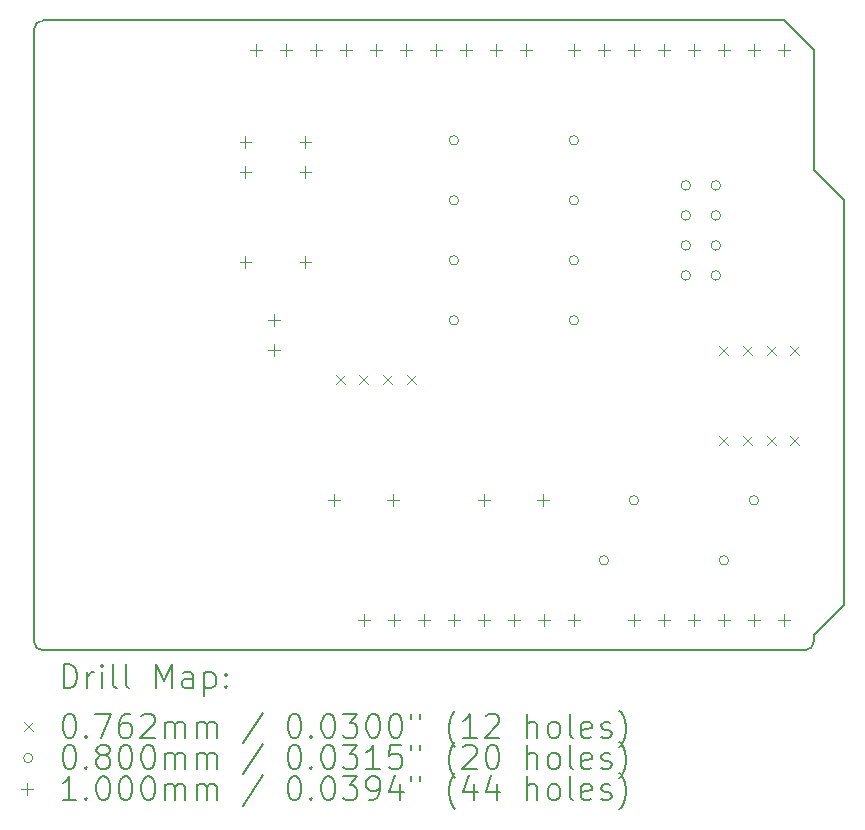
<source format=gbr>
%TF.GenerationSoftware,KiCad,Pcbnew,7.0.10*%
%TF.CreationDate,2024-04-05T22:32:15-04:00*%
%TF.ProjectId,finalIOTproject,66696e61-6c49-44f5-9470-726f6a656374,rev?*%
%TF.SameCoordinates,Original*%
%TF.FileFunction,Drillmap*%
%TF.FilePolarity,Positive*%
%FSLAX45Y45*%
G04 Gerber Fmt 4.5, Leading zero omitted, Abs format (unit mm)*
G04 Created by KiCad (PCBNEW 7.0.10) date 2024-04-05 22:32:15*
%MOMM*%
%LPD*%
G01*
G04 APERTURE LIST*
%ADD10C,0.150000*%
%ADD11C,0.200000*%
%ADD12C,0.100000*%
G04 APERTURE END LIST*
D10*
X16604000Y-5936000D02*
X16858000Y-6190000D01*
X10000000Y-9923800D02*
X10000000Y-4742200D01*
X16858000Y-6190000D02*
X16858000Y-9619000D01*
X16527800Y-10000000D02*
X10076200Y-10000000D01*
X10076200Y-4666000D02*
X16350000Y-4666000D01*
X10000000Y-9923800D02*
G75*
G03*
X10076200Y-10000000I76200J0D01*
G01*
X16858000Y-9619000D02*
X16604000Y-9873000D01*
X16350000Y-4666000D02*
X16604000Y-4920000D01*
X16527800Y-10000000D02*
G75*
G03*
X16604000Y-9923800I0J76200D01*
G01*
X16604000Y-4920000D02*
X16604000Y-5936000D01*
X16604000Y-9873000D02*
X16604000Y-9923800D01*
X10076200Y-4666000D02*
G75*
G03*
X10000000Y-4742200I0J-76200D01*
G01*
D11*
D12*
X12555900Y-7670400D02*
X12632100Y-7746600D01*
X12632100Y-7670400D02*
X12555900Y-7746600D01*
X12755900Y-7670400D02*
X12832100Y-7746600D01*
X12832100Y-7670400D02*
X12755900Y-7746600D01*
X12955900Y-7670400D02*
X13032100Y-7746600D01*
X13032100Y-7670400D02*
X12955900Y-7746600D01*
X13155900Y-7670400D02*
X13232100Y-7746600D01*
X13232100Y-7670400D02*
X13155900Y-7746600D01*
X15803900Y-7421900D02*
X15880100Y-7498100D01*
X15880100Y-7421900D02*
X15803900Y-7498100D01*
X15803900Y-8183900D02*
X15880100Y-8260100D01*
X15880100Y-8183900D02*
X15803900Y-8260100D01*
X16003900Y-7421900D02*
X16080100Y-7498100D01*
X16080100Y-7421900D02*
X16003900Y-7498100D01*
X16003900Y-8183900D02*
X16080100Y-8260100D01*
X16080100Y-8183900D02*
X16003900Y-8260100D01*
X16203900Y-7421900D02*
X16280100Y-7498100D01*
X16280100Y-7421900D02*
X16203900Y-7498100D01*
X16203900Y-8183900D02*
X16280100Y-8260100D01*
X16280100Y-8183900D02*
X16203900Y-8260100D01*
X16403900Y-7421900D02*
X16480100Y-7498100D01*
X16480100Y-7421900D02*
X16403900Y-7498100D01*
X16403900Y-8183900D02*
X16480100Y-8260100D01*
X16480100Y-8183900D02*
X16403900Y-8260100D01*
X13596000Y-5682000D02*
G75*
G03*
X13516000Y-5682000I-40000J0D01*
G01*
X13516000Y-5682000D02*
G75*
G03*
X13596000Y-5682000I40000J0D01*
G01*
X13596000Y-6190000D02*
G75*
G03*
X13516000Y-6190000I-40000J0D01*
G01*
X13516000Y-6190000D02*
G75*
G03*
X13596000Y-6190000I40000J0D01*
G01*
X13596000Y-6698000D02*
G75*
G03*
X13516000Y-6698000I-40000J0D01*
G01*
X13516000Y-6698000D02*
G75*
G03*
X13596000Y-6698000I40000J0D01*
G01*
X13596000Y-7206000D02*
G75*
G03*
X13516000Y-7206000I-40000J0D01*
G01*
X13516000Y-7206000D02*
G75*
G03*
X13596000Y-7206000I40000J0D01*
G01*
X14612000Y-5682000D02*
G75*
G03*
X14532000Y-5682000I-40000J0D01*
G01*
X14532000Y-5682000D02*
G75*
G03*
X14612000Y-5682000I40000J0D01*
G01*
X14612000Y-6190000D02*
G75*
G03*
X14532000Y-6190000I-40000J0D01*
G01*
X14532000Y-6190000D02*
G75*
G03*
X14612000Y-6190000I40000J0D01*
G01*
X14612000Y-6698000D02*
G75*
G03*
X14532000Y-6698000I-40000J0D01*
G01*
X14532000Y-6698000D02*
G75*
G03*
X14612000Y-6698000I40000J0D01*
G01*
X14612000Y-7206000D02*
G75*
G03*
X14532000Y-7206000I-40000J0D01*
G01*
X14532000Y-7206000D02*
G75*
G03*
X14612000Y-7206000I40000J0D01*
G01*
X14866000Y-9238000D02*
G75*
G03*
X14786000Y-9238000I-40000J0D01*
G01*
X14786000Y-9238000D02*
G75*
G03*
X14866000Y-9238000I40000J0D01*
G01*
X15120000Y-8730000D02*
G75*
G03*
X15040000Y-8730000I-40000J0D01*
G01*
X15040000Y-8730000D02*
G75*
G03*
X15120000Y-8730000I40000J0D01*
G01*
X15559000Y-6063000D02*
G75*
G03*
X15479000Y-6063000I-40000J0D01*
G01*
X15479000Y-6063000D02*
G75*
G03*
X15559000Y-6063000I40000J0D01*
G01*
X15559000Y-6317000D02*
G75*
G03*
X15479000Y-6317000I-40000J0D01*
G01*
X15479000Y-6317000D02*
G75*
G03*
X15559000Y-6317000I40000J0D01*
G01*
X15559000Y-6571000D02*
G75*
G03*
X15479000Y-6571000I-40000J0D01*
G01*
X15479000Y-6571000D02*
G75*
G03*
X15559000Y-6571000I40000J0D01*
G01*
X15559000Y-6825000D02*
G75*
G03*
X15479000Y-6825000I-40000J0D01*
G01*
X15479000Y-6825000D02*
G75*
G03*
X15559000Y-6825000I40000J0D01*
G01*
X15813000Y-6063000D02*
G75*
G03*
X15733000Y-6063000I-40000J0D01*
G01*
X15733000Y-6063000D02*
G75*
G03*
X15813000Y-6063000I40000J0D01*
G01*
X15813000Y-6317000D02*
G75*
G03*
X15733000Y-6317000I-40000J0D01*
G01*
X15733000Y-6317000D02*
G75*
G03*
X15813000Y-6317000I40000J0D01*
G01*
X15813000Y-6571000D02*
G75*
G03*
X15733000Y-6571000I-40000J0D01*
G01*
X15733000Y-6571000D02*
G75*
G03*
X15813000Y-6571000I40000J0D01*
G01*
X15813000Y-6825000D02*
G75*
G03*
X15733000Y-6825000I-40000J0D01*
G01*
X15733000Y-6825000D02*
G75*
G03*
X15813000Y-6825000I40000J0D01*
G01*
X15882000Y-9238000D02*
G75*
G03*
X15802000Y-9238000I-40000J0D01*
G01*
X15802000Y-9238000D02*
G75*
G03*
X15882000Y-9238000I40000J0D01*
G01*
X16136000Y-8730000D02*
G75*
G03*
X16056000Y-8730000I-40000J0D01*
G01*
X16056000Y-8730000D02*
G75*
G03*
X16136000Y-8730000I40000J0D01*
G01*
X11791250Y-5644250D02*
X11791250Y-5744250D01*
X11741250Y-5694250D02*
X11841250Y-5694250D01*
X11791250Y-5898250D02*
X11791250Y-5998250D01*
X11741250Y-5948250D02*
X11841250Y-5948250D01*
X11791250Y-6660250D02*
X11791250Y-6760250D01*
X11741250Y-6710250D02*
X11841250Y-6710250D01*
X11879600Y-4870000D02*
X11879600Y-4970000D01*
X11829600Y-4920000D02*
X11929600Y-4920000D01*
X12032000Y-7156000D02*
X12032000Y-7256000D01*
X11982000Y-7206000D02*
X12082000Y-7206000D01*
X12032000Y-7410000D02*
X12032000Y-7510000D01*
X11982000Y-7460000D02*
X12082000Y-7460000D01*
X12133600Y-4870000D02*
X12133600Y-4970000D01*
X12083600Y-4920000D02*
X12183600Y-4920000D01*
X12299250Y-5644250D02*
X12299250Y-5744250D01*
X12249250Y-5694250D02*
X12349250Y-5694250D01*
X12299250Y-5898250D02*
X12299250Y-5998250D01*
X12249250Y-5948250D02*
X12349250Y-5948250D01*
X12299250Y-6660250D02*
X12299250Y-6760250D01*
X12249250Y-6710250D02*
X12349250Y-6710250D01*
X12387600Y-4870000D02*
X12387600Y-4970000D01*
X12337600Y-4920000D02*
X12437600Y-4920000D01*
X12540000Y-8680000D02*
X12540000Y-8780000D01*
X12490000Y-8730000D02*
X12590000Y-8730000D01*
X12641600Y-4870000D02*
X12641600Y-4970000D01*
X12591600Y-4920000D02*
X12691600Y-4920000D01*
X12794000Y-9696000D02*
X12794000Y-9796000D01*
X12744000Y-9746000D02*
X12844000Y-9746000D01*
X12895600Y-4870000D02*
X12895600Y-4970000D01*
X12845600Y-4920000D02*
X12945600Y-4920000D01*
X13040000Y-8680000D02*
X13040000Y-8780000D01*
X12990000Y-8730000D02*
X13090000Y-8730000D01*
X13048000Y-9696000D02*
X13048000Y-9796000D01*
X12998000Y-9746000D02*
X13098000Y-9746000D01*
X13149600Y-4870000D02*
X13149600Y-4970000D01*
X13099600Y-4920000D02*
X13199600Y-4920000D01*
X13302000Y-9696000D02*
X13302000Y-9796000D01*
X13252000Y-9746000D02*
X13352000Y-9746000D01*
X13403600Y-4870000D02*
X13403600Y-4970000D01*
X13353600Y-4920000D02*
X13453600Y-4920000D01*
X13556000Y-9696000D02*
X13556000Y-9796000D01*
X13506000Y-9746000D02*
X13606000Y-9746000D01*
X13657600Y-4870000D02*
X13657600Y-4970000D01*
X13607600Y-4920000D02*
X13707600Y-4920000D01*
X13810000Y-8680000D02*
X13810000Y-8780000D01*
X13760000Y-8730000D02*
X13860000Y-8730000D01*
X13810000Y-9696000D02*
X13810000Y-9796000D01*
X13760000Y-9746000D02*
X13860000Y-9746000D01*
X13911600Y-4870000D02*
X13911600Y-4970000D01*
X13861600Y-4920000D02*
X13961600Y-4920000D01*
X14064000Y-9696000D02*
X14064000Y-9796000D01*
X14014000Y-9746000D02*
X14114000Y-9746000D01*
X14165600Y-4870000D02*
X14165600Y-4970000D01*
X14115600Y-4920000D02*
X14215600Y-4920000D01*
X14310000Y-8680000D02*
X14310000Y-8780000D01*
X14260000Y-8730000D02*
X14360000Y-8730000D01*
X14318000Y-9696000D02*
X14318000Y-9796000D01*
X14268000Y-9746000D02*
X14368000Y-9746000D01*
X14572000Y-4870000D02*
X14572000Y-4970000D01*
X14522000Y-4920000D02*
X14622000Y-4920000D01*
X14572000Y-9696000D02*
X14572000Y-9796000D01*
X14522000Y-9746000D02*
X14622000Y-9746000D01*
X14826000Y-4870000D02*
X14826000Y-4970000D01*
X14776000Y-4920000D02*
X14876000Y-4920000D01*
X15080000Y-4870000D02*
X15080000Y-4970000D01*
X15030000Y-4920000D02*
X15130000Y-4920000D01*
X15080000Y-9696000D02*
X15080000Y-9796000D01*
X15030000Y-9746000D02*
X15130000Y-9746000D01*
X15334000Y-4870000D02*
X15334000Y-4970000D01*
X15284000Y-4920000D02*
X15384000Y-4920000D01*
X15334000Y-9696000D02*
X15334000Y-9796000D01*
X15284000Y-9746000D02*
X15384000Y-9746000D01*
X15588000Y-4870000D02*
X15588000Y-4970000D01*
X15538000Y-4920000D02*
X15638000Y-4920000D01*
X15588000Y-9696000D02*
X15588000Y-9796000D01*
X15538000Y-9746000D02*
X15638000Y-9746000D01*
X15842000Y-4870000D02*
X15842000Y-4970000D01*
X15792000Y-4920000D02*
X15892000Y-4920000D01*
X15842000Y-9696000D02*
X15842000Y-9796000D01*
X15792000Y-9746000D02*
X15892000Y-9746000D01*
X16096000Y-4870000D02*
X16096000Y-4970000D01*
X16046000Y-4920000D02*
X16146000Y-4920000D01*
X16096000Y-9696000D02*
X16096000Y-9796000D01*
X16046000Y-9746000D02*
X16146000Y-9746000D01*
X16350000Y-4870000D02*
X16350000Y-4970000D01*
X16300000Y-4920000D02*
X16400000Y-4920000D01*
X16350000Y-9696000D02*
X16350000Y-9796000D01*
X16300000Y-9746000D02*
X16400000Y-9746000D01*
D11*
X10253277Y-10318984D02*
X10253277Y-10118984D01*
X10253277Y-10118984D02*
X10300896Y-10118984D01*
X10300896Y-10118984D02*
X10329467Y-10128508D01*
X10329467Y-10128508D02*
X10348515Y-10147555D01*
X10348515Y-10147555D02*
X10358039Y-10166603D01*
X10358039Y-10166603D02*
X10367563Y-10204698D01*
X10367563Y-10204698D02*
X10367563Y-10233270D01*
X10367563Y-10233270D02*
X10358039Y-10271365D01*
X10358039Y-10271365D02*
X10348515Y-10290412D01*
X10348515Y-10290412D02*
X10329467Y-10309460D01*
X10329467Y-10309460D02*
X10300896Y-10318984D01*
X10300896Y-10318984D02*
X10253277Y-10318984D01*
X10453277Y-10318984D02*
X10453277Y-10185650D01*
X10453277Y-10223746D02*
X10462801Y-10204698D01*
X10462801Y-10204698D02*
X10472324Y-10195174D01*
X10472324Y-10195174D02*
X10491372Y-10185650D01*
X10491372Y-10185650D02*
X10510420Y-10185650D01*
X10577086Y-10318984D02*
X10577086Y-10185650D01*
X10577086Y-10118984D02*
X10567563Y-10128508D01*
X10567563Y-10128508D02*
X10577086Y-10138031D01*
X10577086Y-10138031D02*
X10586610Y-10128508D01*
X10586610Y-10128508D02*
X10577086Y-10118984D01*
X10577086Y-10118984D02*
X10577086Y-10138031D01*
X10700896Y-10318984D02*
X10681848Y-10309460D01*
X10681848Y-10309460D02*
X10672324Y-10290412D01*
X10672324Y-10290412D02*
X10672324Y-10118984D01*
X10805658Y-10318984D02*
X10786610Y-10309460D01*
X10786610Y-10309460D02*
X10777086Y-10290412D01*
X10777086Y-10290412D02*
X10777086Y-10118984D01*
X11034229Y-10318984D02*
X11034229Y-10118984D01*
X11034229Y-10118984D02*
X11100896Y-10261841D01*
X11100896Y-10261841D02*
X11167563Y-10118984D01*
X11167563Y-10118984D02*
X11167563Y-10318984D01*
X11348515Y-10318984D02*
X11348515Y-10214222D01*
X11348515Y-10214222D02*
X11338991Y-10195174D01*
X11338991Y-10195174D02*
X11319943Y-10185650D01*
X11319943Y-10185650D02*
X11281848Y-10185650D01*
X11281848Y-10185650D02*
X11262801Y-10195174D01*
X11348515Y-10309460D02*
X11329467Y-10318984D01*
X11329467Y-10318984D02*
X11281848Y-10318984D01*
X11281848Y-10318984D02*
X11262801Y-10309460D01*
X11262801Y-10309460D02*
X11253277Y-10290412D01*
X11253277Y-10290412D02*
X11253277Y-10271365D01*
X11253277Y-10271365D02*
X11262801Y-10252317D01*
X11262801Y-10252317D02*
X11281848Y-10242793D01*
X11281848Y-10242793D02*
X11329467Y-10242793D01*
X11329467Y-10242793D02*
X11348515Y-10233270D01*
X11443753Y-10185650D02*
X11443753Y-10385650D01*
X11443753Y-10195174D02*
X11462801Y-10185650D01*
X11462801Y-10185650D02*
X11500896Y-10185650D01*
X11500896Y-10185650D02*
X11519943Y-10195174D01*
X11519943Y-10195174D02*
X11529467Y-10204698D01*
X11529467Y-10204698D02*
X11538991Y-10223746D01*
X11538991Y-10223746D02*
X11538991Y-10280889D01*
X11538991Y-10280889D02*
X11529467Y-10299936D01*
X11529467Y-10299936D02*
X11519943Y-10309460D01*
X11519943Y-10309460D02*
X11500896Y-10318984D01*
X11500896Y-10318984D02*
X11462801Y-10318984D01*
X11462801Y-10318984D02*
X11443753Y-10309460D01*
X11624705Y-10299936D02*
X11634229Y-10309460D01*
X11634229Y-10309460D02*
X11624705Y-10318984D01*
X11624705Y-10318984D02*
X11615182Y-10309460D01*
X11615182Y-10309460D02*
X11624705Y-10299936D01*
X11624705Y-10299936D02*
X11624705Y-10318984D01*
X11624705Y-10195174D02*
X11634229Y-10204698D01*
X11634229Y-10204698D02*
X11624705Y-10214222D01*
X11624705Y-10214222D02*
X11615182Y-10204698D01*
X11615182Y-10204698D02*
X11624705Y-10195174D01*
X11624705Y-10195174D02*
X11624705Y-10214222D01*
D12*
X9916300Y-10609400D02*
X9992500Y-10685600D01*
X9992500Y-10609400D02*
X9916300Y-10685600D01*
D11*
X10291372Y-10538984D02*
X10310420Y-10538984D01*
X10310420Y-10538984D02*
X10329467Y-10548508D01*
X10329467Y-10548508D02*
X10338991Y-10558031D01*
X10338991Y-10558031D02*
X10348515Y-10577079D01*
X10348515Y-10577079D02*
X10358039Y-10615174D01*
X10358039Y-10615174D02*
X10358039Y-10662793D01*
X10358039Y-10662793D02*
X10348515Y-10700889D01*
X10348515Y-10700889D02*
X10338991Y-10719936D01*
X10338991Y-10719936D02*
X10329467Y-10729460D01*
X10329467Y-10729460D02*
X10310420Y-10738984D01*
X10310420Y-10738984D02*
X10291372Y-10738984D01*
X10291372Y-10738984D02*
X10272324Y-10729460D01*
X10272324Y-10729460D02*
X10262801Y-10719936D01*
X10262801Y-10719936D02*
X10253277Y-10700889D01*
X10253277Y-10700889D02*
X10243753Y-10662793D01*
X10243753Y-10662793D02*
X10243753Y-10615174D01*
X10243753Y-10615174D02*
X10253277Y-10577079D01*
X10253277Y-10577079D02*
X10262801Y-10558031D01*
X10262801Y-10558031D02*
X10272324Y-10548508D01*
X10272324Y-10548508D02*
X10291372Y-10538984D01*
X10443753Y-10719936D02*
X10453277Y-10729460D01*
X10453277Y-10729460D02*
X10443753Y-10738984D01*
X10443753Y-10738984D02*
X10434229Y-10729460D01*
X10434229Y-10729460D02*
X10443753Y-10719936D01*
X10443753Y-10719936D02*
X10443753Y-10738984D01*
X10519944Y-10538984D02*
X10653277Y-10538984D01*
X10653277Y-10538984D02*
X10567563Y-10738984D01*
X10815182Y-10538984D02*
X10777086Y-10538984D01*
X10777086Y-10538984D02*
X10758039Y-10548508D01*
X10758039Y-10548508D02*
X10748515Y-10558031D01*
X10748515Y-10558031D02*
X10729467Y-10586603D01*
X10729467Y-10586603D02*
X10719944Y-10624698D01*
X10719944Y-10624698D02*
X10719944Y-10700889D01*
X10719944Y-10700889D02*
X10729467Y-10719936D01*
X10729467Y-10719936D02*
X10738991Y-10729460D01*
X10738991Y-10729460D02*
X10758039Y-10738984D01*
X10758039Y-10738984D02*
X10796134Y-10738984D01*
X10796134Y-10738984D02*
X10815182Y-10729460D01*
X10815182Y-10729460D02*
X10824705Y-10719936D01*
X10824705Y-10719936D02*
X10834229Y-10700889D01*
X10834229Y-10700889D02*
X10834229Y-10653270D01*
X10834229Y-10653270D02*
X10824705Y-10634222D01*
X10824705Y-10634222D02*
X10815182Y-10624698D01*
X10815182Y-10624698D02*
X10796134Y-10615174D01*
X10796134Y-10615174D02*
X10758039Y-10615174D01*
X10758039Y-10615174D02*
X10738991Y-10624698D01*
X10738991Y-10624698D02*
X10729467Y-10634222D01*
X10729467Y-10634222D02*
X10719944Y-10653270D01*
X10910420Y-10558031D02*
X10919944Y-10548508D01*
X10919944Y-10548508D02*
X10938991Y-10538984D01*
X10938991Y-10538984D02*
X10986610Y-10538984D01*
X10986610Y-10538984D02*
X11005658Y-10548508D01*
X11005658Y-10548508D02*
X11015182Y-10558031D01*
X11015182Y-10558031D02*
X11024705Y-10577079D01*
X11024705Y-10577079D02*
X11024705Y-10596127D01*
X11024705Y-10596127D02*
X11015182Y-10624698D01*
X11015182Y-10624698D02*
X10900896Y-10738984D01*
X10900896Y-10738984D02*
X11024705Y-10738984D01*
X11110420Y-10738984D02*
X11110420Y-10605650D01*
X11110420Y-10624698D02*
X11119944Y-10615174D01*
X11119944Y-10615174D02*
X11138991Y-10605650D01*
X11138991Y-10605650D02*
X11167563Y-10605650D01*
X11167563Y-10605650D02*
X11186610Y-10615174D01*
X11186610Y-10615174D02*
X11196134Y-10634222D01*
X11196134Y-10634222D02*
X11196134Y-10738984D01*
X11196134Y-10634222D02*
X11205658Y-10615174D01*
X11205658Y-10615174D02*
X11224705Y-10605650D01*
X11224705Y-10605650D02*
X11253277Y-10605650D01*
X11253277Y-10605650D02*
X11272324Y-10615174D01*
X11272324Y-10615174D02*
X11281848Y-10634222D01*
X11281848Y-10634222D02*
X11281848Y-10738984D01*
X11377086Y-10738984D02*
X11377086Y-10605650D01*
X11377086Y-10624698D02*
X11386610Y-10615174D01*
X11386610Y-10615174D02*
X11405658Y-10605650D01*
X11405658Y-10605650D02*
X11434229Y-10605650D01*
X11434229Y-10605650D02*
X11453277Y-10615174D01*
X11453277Y-10615174D02*
X11462801Y-10634222D01*
X11462801Y-10634222D02*
X11462801Y-10738984D01*
X11462801Y-10634222D02*
X11472324Y-10615174D01*
X11472324Y-10615174D02*
X11491372Y-10605650D01*
X11491372Y-10605650D02*
X11519943Y-10605650D01*
X11519943Y-10605650D02*
X11538991Y-10615174D01*
X11538991Y-10615174D02*
X11548515Y-10634222D01*
X11548515Y-10634222D02*
X11548515Y-10738984D01*
X11938991Y-10529460D02*
X11767563Y-10786603D01*
X12196134Y-10538984D02*
X12215182Y-10538984D01*
X12215182Y-10538984D02*
X12234229Y-10548508D01*
X12234229Y-10548508D02*
X12243753Y-10558031D01*
X12243753Y-10558031D02*
X12253277Y-10577079D01*
X12253277Y-10577079D02*
X12262801Y-10615174D01*
X12262801Y-10615174D02*
X12262801Y-10662793D01*
X12262801Y-10662793D02*
X12253277Y-10700889D01*
X12253277Y-10700889D02*
X12243753Y-10719936D01*
X12243753Y-10719936D02*
X12234229Y-10729460D01*
X12234229Y-10729460D02*
X12215182Y-10738984D01*
X12215182Y-10738984D02*
X12196134Y-10738984D01*
X12196134Y-10738984D02*
X12177086Y-10729460D01*
X12177086Y-10729460D02*
X12167563Y-10719936D01*
X12167563Y-10719936D02*
X12158039Y-10700889D01*
X12158039Y-10700889D02*
X12148515Y-10662793D01*
X12148515Y-10662793D02*
X12148515Y-10615174D01*
X12148515Y-10615174D02*
X12158039Y-10577079D01*
X12158039Y-10577079D02*
X12167563Y-10558031D01*
X12167563Y-10558031D02*
X12177086Y-10548508D01*
X12177086Y-10548508D02*
X12196134Y-10538984D01*
X12348515Y-10719936D02*
X12358039Y-10729460D01*
X12358039Y-10729460D02*
X12348515Y-10738984D01*
X12348515Y-10738984D02*
X12338991Y-10729460D01*
X12338991Y-10729460D02*
X12348515Y-10719936D01*
X12348515Y-10719936D02*
X12348515Y-10738984D01*
X12481848Y-10538984D02*
X12500896Y-10538984D01*
X12500896Y-10538984D02*
X12519944Y-10548508D01*
X12519944Y-10548508D02*
X12529467Y-10558031D01*
X12529467Y-10558031D02*
X12538991Y-10577079D01*
X12538991Y-10577079D02*
X12548515Y-10615174D01*
X12548515Y-10615174D02*
X12548515Y-10662793D01*
X12548515Y-10662793D02*
X12538991Y-10700889D01*
X12538991Y-10700889D02*
X12529467Y-10719936D01*
X12529467Y-10719936D02*
X12519944Y-10729460D01*
X12519944Y-10729460D02*
X12500896Y-10738984D01*
X12500896Y-10738984D02*
X12481848Y-10738984D01*
X12481848Y-10738984D02*
X12462801Y-10729460D01*
X12462801Y-10729460D02*
X12453277Y-10719936D01*
X12453277Y-10719936D02*
X12443753Y-10700889D01*
X12443753Y-10700889D02*
X12434229Y-10662793D01*
X12434229Y-10662793D02*
X12434229Y-10615174D01*
X12434229Y-10615174D02*
X12443753Y-10577079D01*
X12443753Y-10577079D02*
X12453277Y-10558031D01*
X12453277Y-10558031D02*
X12462801Y-10548508D01*
X12462801Y-10548508D02*
X12481848Y-10538984D01*
X12615182Y-10538984D02*
X12738991Y-10538984D01*
X12738991Y-10538984D02*
X12672325Y-10615174D01*
X12672325Y-10615174D02*
X12700896Y-10615174D01*
X12700896Y-10615174D02*
X12719944Y-10624698D01*
X12719944Y-10624698D02*
X12729467Y-10634222D01*
X12729467Y-10634222D02*
X12738991Y-10653270D01*
X12738991Y-10653270D02*
X12738991Y-10700889D01*
X12738991Y-10700889D02*
X12729467Y-10719936D01*
X12729467Y-10719936D02*
X12719944Y-10729460D01*
X12719944Y-10729460D02*
X12700896Y-10738984D01*
X12700896Y-10738984D02*
X12643753Y-10738984D01*
X12643753Y-10738984D02*
X12624706Y-10729460D01*
X12624706Y-10729460D02*
X12615182Y-10719936D01*
X12862801Y-10538984D02*
X12881848Y-10538984D01*
X12881848Y-10538984D02*
X12900896Y-10548508D01*
X12900896Y-10548508D02*
X12910420Y-10558031D01*
X12910420Y-10558031D02*
X12919944Y-10577079D01*
X12919944Y-10577079D02*
X12929467Y-10615174D01*
X12929467Y-10615174D02*
X12929467Y-10662793D01*
X12929467Y-10662793D02*
X12919944Y-10700889D01*
X12919944Y-10700889D02*
X12910420Y-10719936D01*
X12910420Y-10719936D02*
X12900896Y-10729460D01*
X12900896Y-10729460D02*
X12881848Y-10738984D01*
X12881848Y-10738984D02*
X12862801Y-10738984D01*
X12862801Y-10738984D02*
X12843753Y-10729460D01*
X12843753Y-10729460D02*
X12834229Y-10719936D01*
X12834229Y-10719936D02*
X12824706Y-10700889D01*
X12824706Y-10700889D02*
X12815182Y-10662793D01*
X12815182Y-10662793D02*
X12815182Y-10615174D01*
X12815182Y-10615174D02*
X12824706Y-10577079D01*
X12824706Y-10577079D02*
X12834229Y-10558031D01*
X12834229Y-10558031D02*
X12843753Y-10548508D01*
X12843753Y-10548508D02*
X12862801Y-10538984D01*
X13053277Y-10538984D02*
X13072325Y-10538984D01*
X13072325Y-10538984D02*
X13091372Y-10548508D01*
X13091372Y-10548508D02*
X13100896Y-10558031D01*
X13100896Y-10558031D02*
X13110420Y-10577079D01*
X13110420Y-10577079D02*
X13119944Y-10615174D01*
X13119944Y-10615174D02*
X13119944Y-10662793D01*
X13119944Y-10662793D02*
X13110420Y-10700889D01*
X13110420Y-10700889D02*
X13100896Y-10719936D01*
X13100896Y-10719936D02*
X13091372Y-10729460D01*
X13091372Y-10729460D02*
X13072325Y-10738984D01*
X13072325Y-10738984D02*
X13053277Y-10738984D01*
X13053277Y-10738984D02*
X13034229Y-10729460D01*
X13034229Y-10729460D02*
X13024706Y-10719936D01*
X13024706Y-10719936D02*
X13015182Y-10700889D01*
X13015182Y-10700889D02*
X13005658Y-10662793D01*
X13005658Y-10662793D02*
X13005658Y-10615174D01*
X13005658Y-10615174D02*
X13015182Y-10577079D01*
X13015182Y-10577079D02*
X13024706Y-10558031D01*
X13024706Y-10558031D02*
X13034229Y-10548508D01*
X13034229Y-10548508D02*
X13053277Y-10538984D01*
X13196134Y-10538984D02*
X13196134Y-10577079D01*
X13272325Y-10538984D02*
X13272325Y-10577079D01*
X13567563Y-10815174D02*
X13558039Y-10805650D01*
X13558039Y-10805650D02*
X13538991Y-10777079D01*
X13538991Y-10777079D02*
X13529468Y-10758031D01*
X13529468Y-10758031D02*
X13519944Y-10729460D01*
X13519944Y-10729460D02*
X13510420Y-10681841D01*
X13510420Y-10681841D02*
X13510420Y-10643746D01*
X13510420Y-10643746D02*
X13519944Y-10596127D01*
X13519944Y-10596127D02*
X13529468Y-10567555D01*
X13529468Y-10567555D02*
X13538991Y-10548508D01*
X13538991Y-10548508D02*
X13558039Y-10519936D01*
X13558039Y-10519936D02*
X13567563Y-10510412D01*
X13748515Y-10738984D02*
X13634229Y-10738984D01*
X13691372Y-10738984D02*
X13691372Y-10538984D01*
X13691372Y-10538984D02*
X13672325Y-10567555D01*
X13672325Y-10567555D02*
X13653277Y-10586603D01*
X13653277Y-10586603D02*
X13634229Y-10596127D01*
X13824706Y-10558031D02*
X13834229Y-10548508D01*
X13834229Y-10548508D02*
X13853277Y-10538984D01*
X13853277Y-10538984D02*
X13900896Y-10538984D01*
X13900896Y-10538984D02*
X13919944Y-10548508D01*
X13919944Y-10548508D02*
X13929468Y-10558031D01*
X13929468Y-10558031D02*
X13938991Y-10577079D01*
X13938991Y-10577079D02*
X13938991Y-10596127D01*
X13938991Y-10596127D02*
X13929468Y-10624698D01*
X13929468Y-10624698D02*
X13815182Y-10738984D01*
X13815182Y-10738984D02*
X13938991Y-10738984D01*
X14177087Y-10738984D02*
X14177087Y-10538984D01*
X14262801Y-10738984D02*
X14262801Y-10634222D01*
X14262801Y-10634222D02*
X14253277Y-10615174D01*
X14253277Y-10615174D02*
X14234230Y-10605650D01*
X14234230Y-10605650D02*
X14205658Y-10605650D01*
X14205658Y-10605650D02*
X14186610Y-10615174D01*
X14186610Y-10615174D02*
X14177087Y-10624698D01*
X14386610Y-10738984D02*
X14367563Y-10729460D01*
X14367563Y-10729460D02*
X14358039Y-10719936D01*
X14358039Y-10719936D02*
X14348515Y-10700889D01*
X14348515Y-10700889D02*
X14348515Y-10643746D01*
X14348515Y-10643746D02*
X14358039Y-10624698D01*
X14358039Y-10624698D02*
X14367563Y-10615174D01*
X14367563Y-10615174D02*
X14386610Y-10605650D01*
X14386610Y-10605650D02*
X14415182Y-10605650D01*
X14415182Y-10605650D02*
X14434230Y-10615174D01*
X14434230Y-10615174D02*
X14443753Y-10624698D01*
X14443753Y-10624698D02*
X14453277Y-10643746D01*
X14453277Y-10643746D02*
X14453277Y-10700889D01*
X14453277Y-10700889D02*
X14443753Y-10719936D01*
X14443753Y-10719936D02*
X14434230Y-10729460D01*
X14434230Y-10729460D02*
X14415182Y-10738984D01*
X14415182Y-10738984D02*
X14386610Y-10738984D01*
X14567563Y-10738984D02*
X14548515Y-10729460D01*
X14548515Y-10729460D02*
X14538991Y-10710412D01*
X14538991Y-10710412D02*
X14538991Y-10538984D01*
X14719944Y-10729460D02*
X14700896Y-10738984D01*
X14700896Y-10738984D02*
X14662801Y-10738984D01*
X14662801Y-10738984D02*
X14643753Y-10729460D01*
X14643753Y-10729460D02*
X14634230Y-10710412D01*
X14634230Y-10710412D02*
X14634230Y-10634222D01*
X14634230Y-10634222D02*
X14643753Y-10615174D01*
X14643753Y-10615174D02*
X14662801Y-10605650D01*
X14662801Y-10605650D02*
X14700896Y-10605650D01*
X14700896Y-10605650D02*
X14719944Y-10615174D01*
X14719944Y-10615174D02*
X14729468Y-10634222D01*
X14729468Y-10634222D02*
X14729468Y-10653270D01*
X14729468Y-10653270D02*
X14634230Y-10672317D01*
X14805658Y-10729460D02*
X14824706Y-10738984D01*
X14824706Y-10738984D02*
X14862801Y-10738984D01*
X14862801Y-10738984D02*
X14881849Y-10729460D01*
X14881849Y-10729460D02*
X14891372Y-10710412D01*
X14891372Y-10710412D02*
X14891372Y-10700889D01*
X14891372Y-10700889D02*
X14881849Y-10681841D01*
X14881849Y-10681841D02*
X14862801Y-10672317D01*
X14862801Y-10672317D02*
X14834230Y-10672317D01*
X14834230Y-10672317D02*
X14815182Y-10662793D01*
X14815182Y-10662793D02*
X14805658Y-10643746D01*
X14805658Y-10643746D02*
X14805658Y-10634222D01*
X14805658Y-10634222D02*
X14815182Y-10615174D01*
X14815182Y-10615174D02*
X14834230Y-10605650D01*
X14834230Y-10605650D02*
X14862801Y-10605650D01*
X14862801Y-10605650D02*
X14881849Y-10615174D01*
X14958039Y-10815174D02*
X14967563Y-10805650D01*
X14967563Y-10805650D02*
X14986611Y-10777079D01*
X14986611Y-10777079D02*
X14996134Y-10758031D01*
X14996134Y-10758031D02*
X15005658Y-10729460D01*
X15005658Y-10729460D02*
X15015182Y-10681841D01*
X15015182Y-10681841D02*
X15015182Y-10643746D01*
X15015182Y-10643746D02*
X15005658Y-10596127D01*
X15005658Y-10596127D02*
X14996134Y-10567555D01*
X14996134Y-10567555D02*
X14986611Y-10548508D01*
X14986611Y-10548508D02*
X14967563Y-10519936D01*
X14967563Y-10519936D02*
X14958039Y-10510412D01*
D12*
X9992500Y-10911500D02*
G75*
G03*
X9912500Y-10911500I-40000J0D01*
G01*
X9912500Y-10911500D02*
G75*
G03*
X9992500Y-10911500I40000J0D01*
G01*
D11*
X10291372Y-10802984D02*
X10310420Y-10802984D01*
X10310420Y-10802984D02*
X10329467Y-10812508D01*
X10329467Y-10812508D02*
X10338991Y-10822031D01*
X10338991Y-10822031D02*
X10348515Y-10841079D01*
X10348515Y-10841079D02*
X10358039Y-10879174D01*
X10358039Y-10879174D02*
X10358039Y-10926793D01*
X10358039Y-10926793D02*
X10348515Y-10964889D01*
X10348515Y-10964889D02*
X10338991Y-10983936D01*
X10338991Y-10983936D02*
X10329467Y-10993460D01*
X10329467Y-10993460D02*
X10310420Y-11002984D01*
X10310420Y-11002984D02*
X10291372Y-11002984D01*
X10291372Y-11002984D02*
X10272324Y-10993460D01*
X10272324Y-10993460D02*
X10262801Y-10983936D01*
X10262801Y-10983936D02*
X10253277Y-10964889D01*
X10253277Y-10964889D02*
X10243753Y-10926793D01*
X10243753Y-10926793D02*
X10243753Y-10879174D01*
X10243753Y-10879174D02*
X10253277Y-10841079D01*
X10253277Y-10841079D02*
X10262801Y-10822031D01*
X10262801Y-10822031D02*
X10272324Y-10812508D01*
X10272324Y-10812508D02*
X10291372Y-10802984D01*
X10443753Y-10983936D02*
X10453277Y-10993460D01*
X10453277Y-10993460D02*
X10443753Y-11002984D01*
X10443753Y-11002984D02*
X10434229Y-10993460D01*
X10434229Y-10993460D02*
X10443753Y-10983936D01*
X10443753Y-10983936D02*
X10443753Y-11002984D01*
X10567563Y-10888698D02*
X10548515Y-10879174D01*
X10548515Y-10879174D02*
X10538991Y-10869650D01*
X10538991Y-10869650D02*
X10529467Y-10850603D01*
X10529467Y-10850603D02*
X10529467Y-10841079D01*
X10529467Y-10841079D02*
X10538991Y-10822031D01*
X10538991Y-10822031D02*
X10548515Y-10812508D01*
X10548515Y-10812508D02*
X10567563Y-10802984D01*
X10567563Y-10802984D02*
X10605658Y-10802984D01*
X10605658Y-10802984D02*
X10624705Y-10812508D01*
X10624705Y-10812508D02*
X10634229Y-10822031D01*
X10634229Y-10822031D02*
X10643753Y-10841079D01*
X10643753Y-10841079D02*
X10643753Y-10850603D01*
X10643753Y-10850603D02*
X10634229Y-10869650D01*
X10634229Y-10869650D02*
X10624705Y-10879174D01*
X10624705Y-10879174D02*
X10605658Y-10888698D01*
X10605658Y-10888698D02*
X10567563Y-10888698D01*
X10567563Y-10888698D02*
X10548515Y-10898222D01*
X10548515Y-10898222D02*
X10538991Y-10907746D01*
X10538991Y-10907746D02*
X10529467Y-10926793D01*
X10529467Y-10926793D02*
X10529467Y-10964889D01*
X10529467Y-10964889D02*
X10538991Y-10983936D01*
X10538991Y-10983936D02*
X10548515Y-10993460D01*
X10548515Y-10993460D02*
X10567563Y-11002984D01*
X10567563Y-11002984D02*
X10605658Y-11002984D01*
X10605658Y-11002984D02*
X10624705Y-10993460D01*
X10624705Y-10993460D02*
X10634229Y-10983936D01*
X10634229Y-10983936D02*
X10643753Y-10964889D01*
X10643753Y-10964889D02*
X10643753Y-10926793D01*
X10643753Y-10926793D02*
X10634229Y-10907746D01*
X10634229Y-10907746D02*
X10624705Y-10898222D01*
X10624705Y-10898222D02*
X10605658Y-10888698D01*
X10767563Y-10802984D02*
X10786610Y-10802984D01*
X10786610Y-10802984D02*
X10805658Y-10812508D01*
X10805658Y-10812508D02*
X10815182Y-10822031D01*
X10815182Y-10822031D02*
X10824705Y-10841079D01*
X10824705Y-10841079D02*
X10834229Y-10879174D01*
X10834229Y-10879174D02*
X10834229Y-10926793D01*
X10834229Y-10926793D02*
X10824705Y-10964889D01*
X10824705Y-10964889D02*
X10815182Y-10983936D01*
X10815182Y-10983936D02*
X10805658Y-10993460D01*
X10805658Y-10993460D02*
X10786610Y-11002984D01*
X10786610Y-11002984D02*
X10767563Y-11002984D01*
X10767563Y-11002984D02*
X10748515Y-10993460D01*
X10748515Y-10993460D02*
X10738991Y-10983936D01*
X10738991Y-10983936D02*
X10729467Y-10964889D01*
X10729467Y-10964889D02*
X10719944Y-10926793D01*
X10719944Y-10926793D02*
X10719944Y-10879174D01*
X10719944Y-10879174D02*
X10729467Y-10841079D01*
X10729467Y-10841079D02*
X10738991Y-10822031D01*
X10738991Y-10822031D02*
X10748515Y-10812508D01*
X10748515Y-10812508D02*
X10767563Y-10802984D01*
X10958039Y-10802984D02*
X10977086Y-10802984D01*
X10977086Y-10802984D02*
X10996134Y-10812508D01*
X10996134Y-10812508D02*
X11005658Y-10822031D01*
X11005658Y-10822031D02*
X11015182Y-10841079D01*
X11015182Y-10841079D02*
X11024705Y-10879174D01*
X11024705Y-10879174D02*
X11024705Y-10926793D01*
X11024705Y-10926793D02*
X11015182Y-10964889D01*
X11015182Y-10964889D02*
X11005658Y-10983936D01*
X11005658Y-10983936D02*
X10996134Y-10993460D01*
X10996134Y-10993460D02*
X10977086Y-11002984D01*
X10977086Y-11002984D02*
X10958039Y-11002984D01*
X10958039Y-11002984D02*
X10938991Y-10993460D01*
X10938991Y-10993460D02*
X10929467Y-10983936D01*
X10929467Y-10983936D02*
X10919944Y-10964889D01*
X10919944Y-10964889D02*
X10910420Y-10926793D01*
X10910420Y-10926793D02*
X10910420Y-10879174D01*
X10910420Y-10879174D02*
X10919944Y-10841079D01*
X10919944Y-10841079D02*
X10929467Y-10822031D01*
X10929467Y-10822031D02*
X10938991Y-10812508D01*
X10938991Y-10812508D02*
X10958039Y-10802984D01*
X11110420Y-11002984D02*
X11110420Y-10869650D01*
X11110420Y-10888698D02*
X11119944Y-10879174D01*
X11119944Y-10879174D02*
X11138991Y-10869650D01*
X11138991Y-10869650D02*
X11167563Y-10869650D01*
X11167563Y-10869650D02*
X11186610Y-10879174D01*
X11186610Y-10879174D02*
X11196134Y-10898222D01*
X11196134Y-10898222D02*
X11196134Y-11002984D01*
X11196134Y-10898222D02*
X11205658Y-10879174D01*
X11205658Y-10879174D02*
X11224705Y-10869650D01*
X11224705Y-10869650D02*
X11253277Y-10869650D01*
X11253277Y-10869650D02*
X11272324Y-10879174D01*
X11272324Y-10879174D02*
X11281848Y-10898222D01*
X11281848Y-10898222D02*
X11281848Y-11002984D01*
X11377086Y-11002984D02*
X11377086Y-10869650D01*
X11377086Y-10888698D02*
X11386610Y-10879174D01*
X11386610Y-10879174D02*
X11405658Y-10869650D01*
X11405658Y-10869650D02*
X11434229Y-10869650D01*
X11434229Y-10869650D02*
X11453277Y-10879174D01*
X11453277Y-10879174D02*
X11462801Y-10898222D01*
X11462801Y-10898222D02*
X11462801Y-11002984D01*
X11462801Y-10898222D02*
X11472324Y-10879174D01*
X11472324Y-10879174D02*
X11491372Y-10869650D01*
X11491372Y-10869650D02*
X11519943Y-10869650D01*
X11519943Y-10869650D02*
X11538991Y-10879174D01*
X11538991Y-10879174D02*
X11548515Y-10898222D01*
X11548515Y-10898222D02*
X11548515Y-11002984D01*
X11938991Y-10793460D02*
X11767563Y-11050603D01*
X12196134Y-10802984D02*
X12215182Y-10802984D01*
X12215182Y-10802984D02*
X12234229Y-10812508D01*
X12234229Y-10812508D02*
X12243753Y-10822031D01*
X12243753Y-10822031D02*
X12253277Y-10841079D01*
X12253277Y-10841079D02*
X12262801Y-10879174D01*
X12262801Y-10879174D02*
X12262801Y-10926793D01*
X12262801Y-10926793D02*
X12253277Y-10964889D01*
X12253277Y-10964889D02*
X12243753Y-10983936D01*
X12243753Y-10983936D02*
X12234229Y-10993460D01*
X12234229Y-10993460D02*
X12215182Y-11002984D01*
X12215182Y-11002984D02*
X12196134Y-11002984D01*
X12196134Y-11002984D02*
X12177086Y-10993460D01*
X12177086Y-10993460D02*
X12167563Y-10983936D01*
X12167563Y-10983936D02*
X12158039Y-10964889D01*
X12158039Y-10964889D02*
X12148515Y-10926793D01*
X12148515Y-10926793D02*
X12148515Y-10879174D01*
X12148515Y-10879174D02*
X12158039Y-10841079D01*
X12158039Y-10841079D02*
X12167563Y-10822031D01*
X12167563Y-10822031D02*
X12177086Y-10812508D01*
X12177086Y-10812508D02*
X12196134Y-10802984D01*
X12348515Y-10983936D02*
X12358039Y-10993460D01*
X12358039Y-10993460D02*
X12348515Y-11002984D01*
X12348515Y-11002984D02*
X12338991Y-10993460D01*
X12338991Y-10993460D02*
X12348515Y-10983936D01*
X12348515Y-10983936D02*
X12348515Y-11002984D01*
X12481848Y-10802984D02*
X12500896Y-10802984D01*
X12500896Y-10802984D02*
X12519944Y-10812508D01*
X12519944Y-10812508D02*
X12529467Y-10822031D01*
X12529467Y-10822031D02*
X12538991Y-10841079D01*
X12538991Y-10841079D02*
X12548515Y-10879174D01*
X12548515Y-10879174D02*
X12548515Y-10926793D01*
X12548515Y-10926793D02*
X12538991Y-10964889D01*
X12538991Y-10964889D02*
X12529467Y-10983936D01*
X12529467Y-10983936D02*
X12519944Y-10993460D01*
X12519944Y-10993460D02*
X12500896Y-11002984D01*
X12500896Y-11002984D02*
X12481848Y-11002984D01*
X12481848Y-11002984D02*
X12462801Y-10993460D01*
X12462801Y-10993460D02*
X12453277Y-10983936D01*
X12453277Y-10983936D02*
X12443753Y-10964889D01*
X12443753Y-10964889D02*
X12434229Y-10926793D01*
X12434229Y-10926793D02*
X12434229Y-10879174D01*
X12434229Y-10879174D02*
X12443753Y-10841079D01*
X12443753Y-10841079D02*
X12453277Y-10822031D01*
X12453277Y-10822031D02*
X12462801Y-10812508D01*
X12462801Y-10812508D02*
X12481848Y-10802984D01*
X12615182Y-10802984D02*
X12738991Y-10802984D01*
X12738991Y-10802984D02*
X12672325Y-10879174D01*
X12672325Y-10879174D02*
X12700896Y-10879174D01*
X12700896Y-10879174D02*
X12719944Y-10888698D01*
X12719944Y-10888698D02*
X12729467Y-10898222D01*
X12729467Y-10898222D02*
X12738991Y-10917270D01*
X12738991Y-10917270D02*
X12738991Y-10964889D01*
X12738991Y-10964889D02*
X12729467Y-10983936D01*
X12729467Y-10983936D02*
X12719944Y-10993460D01*
X12719944Y-10993460D02*
X12700896Y-11002984D01*
X12700896Y-11002984D02*
X12643753Y-11002984D01*
X12643753Y-11002984D02*
X12624706Y-10993460D01*
X12624706Y-10993460D02*
X12615182Y-10983936D01*
X12929467Y-11002984D02*
X12815182Y-11002984D01*
X12872325Y-11002984D02*
X12872325Y-10802984D01*
X12872325Y-10802984D02*
X12853277Y-10831555D01*
X12853277Y-10831555D02*
X12834229Y-10850603D01*
X12834229Y-10850603D02*
X12815182Y-10860127D01*
X13110420Y-10802984D02*
X13015182Y-10802984D01*
X13015182Y-10802984D02*
X13005658Y-10898222D01*
X13005658Y-10898222D02*
X13015182Y-10888698D01*
X13015182Y-10888698D02*
X13034229Y-10879174D01*
X13034229Y-10879174D02*
X13081848Y-10879174D01*
X13081848Y-10879174D02*
X13100896Y-10888698D01*
X13100896Y-10888698D02*
X13110420Y-10898222D01*
X13110420Y-10898222D02*
X13119944Y-10917270D01*
X13119944Y-10917270D02*
X13119944Y-10964889D01*
X13119944Y-10964889D02*
X13110420Y-10983936D01*
X13110420Y-10983936D02*
X13100896Y-10993460D01*
X13100896Y-10993460D02*
X13081848Y-11002984D01*
X13081848Y-11002984D02*
X13034229Y-11002984D01*
X13034229Y-11002984D02*
X13015182Y-10993460D01*
X13015182Y-10993460D02*
X13005658Y-10983936D01*
X13196134Y-10802984D02*
X13196134Y-10841079D01*
X13272325Y-10802984D02*
X13272325Y-10841079D01*
X13567563Y-11079174D02*
X13558039Y-11069650D01*
X13558039Y-11069650D02*
X13538991Y-11041079D01*
X13538991Y-11041079D02*
X13529468Y-11022031D01*
X13529468Y-11022031D02*
X13519944Y-10993460D01*
X13519944Y-10993460D02*
X13510420Y-10945841D01*
X13510420Y-10945841D02*
X13510420Y-10907746D01*
X13510420Y-10907746D02*
X13519944Y-10860127D01*
X13519944Y-10860127D02*
X13529468Y-10831555D01*
X13529468Y-10831555D02*
X13538991Y-10812508D01*
X13538991Y-10812508D02*
X13558039Y-10783936D01*
X13558039Y-10783936D02*
X13567563Y-10774412D01*
X13634229Y-10822031D02*
X13643753Y-10812508D01*
X13643753Y-10812508D02*
X13662801Y-10802984D01*
X13662801Y-10802984D02*
X13710420Y-10802984D01*
X13710420Y-10802984D02*
X13729468Y-10812508D01*
X13729468Y-10812508D02*
X13738991Y-10822031D01*
X13738991Y-10822031D02*
X13748515Y-10841079D01*
X13748515Y-10841079D02*
X13748515Y-10860127D01*
X13748515Y-10860127D02*
X13738991Y-10888698D01*
X13738991Y-10888698D02*
X13624706Y-11002984D01*
X13624706Y-11002984D02*
X13748515Y-11002984D01*
X13872325Y-10802984D02*
X13891372Y-10802984D01*
X13891372Y-10802984D02*
X13910420Y-10812508D01*
X13910420Y-10812508D02*
X13919944Y-10822031D01*
X13919944Y-10822031D02*
X13929468Y-10841079D01*
X13929468Y-10841079D02*
X13938991Y-10879174D01*
X13938991Y-10879174D02*
X13938991Y-10926793D01*
X13938991Y-10926793D02*
X13929468Y-10964889D01*
X13929468Y-10964889D02*
X13919944Y-10983936D01*
X13919944Y-10983936D02*
X13910420Y-10993460D01*
X13910420Y-10993460D02*
X13891372Y-11002984D01*
X13891372Y-11002984D02*
X13872325Y-11002984D01*
X13872325Y-11002984D02*
X13853277Y-10993460D01*
X13853277Y-10993460D02*
X13843753Y-10983936D01*
X13843753Y-10983936D02*
X13834229Y-10964889D01*
X13834229Y-10964889D02*
X13824706Y-10926793D01*
X13824706Y-10926793D02*
X13824706Y-10879174D01*
X13824706Y-10879174D02*
X13834229Y-10841079D01*
X13834229Y-10841079D02*
X13843753Y-10822031D01*
X13843753Y-10822031D02*
X13853277Y-10812508D01*
X13853277Y-10812508D02*
X13872325Y-10802984D01*
X14177087Y-11002984D02*
X14177087Y-10802984D01*
X14262801Y-11002984D02*
X14262801Y-10898222D01*
X14262801Y-10898222D02*
X14253277Y-10879174D01*
X14253277Y-10879174D02*
X14234230Y-10869650D01*
X14234230Y-10869650D02*
X14205658Y-10869650D01*
X14205658Y-10869650D02*
X14186610Y-10879174D01*
X14186610Y-10879174D02*
X14177087Y-10888698D01*
X14386610Y-11002984D02*
X14367563Y-10993460D01*
X14367563Y-10993460D02*
X14358039Y-10983936D01*
X14358039Y-10983936D02*
X14348515Y-10964889D01*
X14348515Y-10964889D02*
X14348515Y-10907746D01*
X14348515Y-10907746D02*
X14358039Y-10888698D01*
X14358039Y-10888698D02*
X14367563Y-10879174D01*
X14367563Y-10879174D02*
X14386610Y-10869650D01*
X14386610Y-10869650D02*
X14415182Y-10869650D01*
X14415182Y-10869650D02*
X14434230Y-10879174D01*
X14434230Y-10879174D02*
X14443753Y-10888698D01*
X14443753Y-10888698D02*
X14453277Y-10907746D01*
X14453277Y-10907746D02*
X14453277Y-10964889D01*
X14453277Y-10964889D02*
X14443753Y-10983936D01*
X14443753Y-10983936D02*
X14434230Y-10993460D01*
X14434230Y-10993460D02*
X14415182Y-11002984D01*
X14415182Y-11002984D02*
X14386610Y-11002984D01*
X14567563Y-11002984D02*
X14548515Y-10993460D01*
X14548515Y-10993460D02*
X14538991Y-10974412D01*
X14538991Y-10974412D02*
X14538991Y-10802984D01*
X14719944Y-10993460D02*
X14700896Y-11002984D01*
X14700896Y-11002984D02*
X14662801Y-11002984D01*
X14662801Y-11002984D02*
X14643753Y-10993460D01*
X14643753Y-10993460D02*
X14634230Y-10974412D01*
X14634230Y-10974412D02*
X14634230Y-10898222D01*
X14634230Y-10898222D02*
X14643753Y-10879174D01*
X14643753Y-10879174D02*
X14662801Y-10869650D01*
X14662801Y-10869650D02*
X14700896Y-10869650D01*
X14700896Y-10869650D02*
X14719944Y-10879174D01*
X14719944Y-10879174D02*
X14729468Y-10898222D01*
X14729468Y-10898222D02*
X14729468Y-10917270D01*
X14729468Y-10917270D02*
X14634230Y-10936317D01*
X14805658Y-10993460D02*
X14824706Y-11002984D01*
X14824706Y-11002984D02*
X14862801Y-11002984D01*
X14862801Y-11002984D02*
X14881849Y-10993460D01*
X14881849Y-10993460D02*
X14891372Y-10974412D01*
X14891372Y-10974412D02*
X14891372Y-10964889D01*
X14891372Y-10964889D02*
X14881849Y-10945841D01*
X14881849Y-10945841D02*
X14862801Y-10936317D01*
X14862801Y-10936317D02*
X14834230Y-10936317D01*
X14834230Y-10936317D02*
X14815182Y-10926793D01*
X14815182Y-10926793D02*
X14805658Y-10907746D01*
X14805658Y-10907746D02*
X14805658Y-10898222D01*
X14805658Y-10898222D02*
X14815182Y-10879174D01*
X14815182Y-10879174D02*
X14834230Y-10869650D01*
X14834230Y-10869650D02*
X14862801Y-10869650D01*
X14862801Y-10869650D02*
X14881849Y-10879174D01*
X14958039Y-11079174D02*
X14967563Y-11069650D01*
X14967563Y-11069650D02*
X14986611Y-11041079D01*
X14986611Y-11041079D02*
X14996134Y-11022031D01*
X14996134Y-11022031D02*
X15005658Y-10993460D01*
X15005658Y-10993460D02*
X15015182Y-10945841D01*
X15015182Y-10945841D02*
X15015182Y-10907746D01*
X15015182Y-10907746D02*
X15005658Y-10860127D01*
X15005658Y-10860127D02*
X14996134Y-10831555D01*
X14996134Y-10831555D02*
X14986611Y-10812508D01*
X14986611Y-10812508D02*
X14967563Y-10783936D01*
X14967563Y-10783936D02*
X14958039Y-10774412D01*
D12*
X9942500Y-11125500D02*
X9942500Y-11225500D01*
X9892500Y-11175500D02*
X9992500Y-11175500D01*
D11*
X10358039Y-11266984D02*
X10243753Y-11266984D01*
X10300896Y-11266984D02*
X10300896Y-11066984D01*
X10300896Y-11066984D02*
X10281848Y-11095555D01*
X10281848Y-11095555D02*
X10262801Y-11114603D01*
X10262801Y-11114603D02*
X10243753Y-11124127D01*
X10443753Y-11247936D02*
X10453277Y-11257460D01*
X10453277Y-11257460D02*
X10443753Y-11266984D01*
X10443753Y-11266984D02*
X10434229Y-11257460D01*
X10434229Y-11257460D02*
X10443753Y-11247936D01*
X10443753Y-11247936D02*
X10443753Y-11266984D01*
X10577086Y-11066984D02*
X10596134Y-11066984D01*
X10596134Y-11066984D02*
X10615182Y-11076508D01*
X10615182Y-11076508D02*
X10624705Y-11086031D01*
X10624705Y-11086031D02*
X10634229Y-11105079D01*
X10634229Y-11105079D02*
X10643753Y-11143174D01*
X10643753Y-11143174D02*
X10643753Y-11190793D01*
X10643753Y-11190793D02*
X10634229Y-11228888D01*
X10634229Y-11228888D02*
X10624705Y-11247936D01*
X10624705Y-11247936D02*
X10615182Y-11257460D01*
X10615182Y-11257460D02*
X10596134Y-11266984D01*
X10596134Y-11266984D02*
X10577086Y-11266984D01*
X10577086Y-11266984D02*
X10558039Y-11257460D01*
X10558039Y-11257460D02*
X10548515Y-11247936D01*
X10548515Y-11247936D02*
X10538991Y-11228888D01*
X10538991Y-11228888D02*
X10529467Y-11190793D01*
X10529467Y-11190793D02*
X10529467Y-11143174D01*
X10529467Y-11143174D02*
X10538991Y-11105079D01*
X10538991Y-11105079D02*
X10548515Y-11086031D01*
X10548515Y-11086031D02*
X10558039Y-11076508D01*
X10558039Y-11076508D02*
X10577086Y-11066984D01*
X10767563Y-11066984D02*
X10786610Y-11066984D01*
X10786610Y-11066984D02*
X10805658Y-11076508D01*
X10805658Y-11076508D02*
X10815182Y-11086031D01*
X10815182Y-11086031D02*
X10824705Y-11105079D01*
X10824705Y-11105079D02*
X10834229Y-11143174D01*
X10834229Y-11143174D02*
X10834229Y-11190793D01*
X10834229Y-11190793D02*
X10824705Y-11228888D01*
X10824705Y-11228888D02*
X10815182Y-11247936D01*
X10815182Y-11247936D02*
X10805658Y-11257460D01*
X10805658Y-11257460D02*
X10786610Y-11266984D01*
X10786610Y-11266984D02*
X10767563Y-11266984D01*
X10767563Y-11266984D02*
X10748515Y-11257460D01*
X10748515Y-11257460D02*
X10738991Y-11247936D01*
X10738991Y-11247936D02*
X10729467Y-11228888D01*
X10729467Y-11228888D02*
X10719944Y-11190793D01*
X10719944Y-11190793D02*
X10719944Y-11143174D01*
X10719944Y-11143174D02*
X10729467Y-11105079D01*
X10729467Y-11105079D02*
X10738991Y-11086031D01*
X10738991Y-11086031D02*
X10748515Y-11076508D01*
X10748515Y-11076508D02*
X10767563Y-11066984D01*
X10958039Y-11066984D02*
X10977086Y-11066984D01*
X10977086Y-11066984D02*
X10996134Y-11076508D01*
X10996134Y-11076508D02*
X11005658Y-11086031D01*
X11005658Y-11086031D02*
X11015182Y-11105079D01*
X11015182Y-11105079D02*
X11024705Y-11143174D01*
X11024705Y-11143174D02*
X11024705Y-11190793D01*
X11024705Y-11190793D02*
X11015182Y-11228888D01*
X11015182Y-11228888D02*
X11005658Y-11247936D01*
X11005658Y-11247936D02*
X10996134Y-11257460D01*
X10996134Y-11257460D02*
X10977086Y-11266984D01*
X10977086Y-11266984D02*
X10958039Y-11266984D01*
X10958039Y-11266984D02*
X10938991Y-11257460D01*
X10938991Y-11257460D02*
X10929467Y-11247936D01*
X10929467Y-11247936D02*
X10919944Y-11228888D01*
X10919944Y-11228888D02*
X10910420Y-11190793D01*
X10910420Y-11190793D02*
X10910420Y-11143174D01*
X10910420Y-11143174D02*
X10919944Y-11105079D01*
X10919944Y-11105079D02*
X10929467Y-11086031D01*
X10929467Y-11086031D02*
X10938991Y-11076508D01*
X10938991Y-11076508D02*
X10958039Y-11066984D01*
X11110420Y-11266984D02*
X11110420Y-11133650D01*
X11110420Y-11152698D02*
X11119944Y-11143174D01*
X11119944Y-11143174D02*
X11138991Y-11133650D01*
X11138991Y-11133650D02*
X11167563Y-11133650D01*
X11167563Y-11133650D02*
X11186610Y-11143174D01*
X11186610Y-11143174D02*
X11196134Y-11162222D01*
X11196134Y-11162222D02*
X11196134Y-11266984D01*
X11196134Y-11162222D02*
X11205658Y-11143174D01*
X11205658Y-11143174D02*
X11224705Y-11133650D01*
X11224705Y-11133650D02*
X11253277Y-11133650D01*
X11253277Y-11133650D02*
X11272324Y-11143174D01*
X11272324Y-11143174D02*
X11281848Y-11162222D01*
X11281848Y-11162222D02*
X11281848Y-11266984D01*
X11377086Y-11266984D02*
X11377086Y-11133650D01*
X11377086Y-11152698D02*
X11386610Y-11143174D01*
X11386610Y-11143174D02*
X11405658Y-11133650D01*
X11405658Y-11133650D02*
X11434229Y-11133650D01*
X11434229Y-11133650D02*
X11453277Y-11143174D01*
X11453277Y-11143174D02*
X11462801Y-11162222D01*
X11462801Y-11162222D02*
X11462801Y-11266984D01*
X11462801Y-11162222D02*
X11472324Y-11143174D01*
X11472324Y-11143174D02*
X11491372Y-11133650D01*
X11491372Y-11133650D02*
X11519943Y-11133650D01*
X11519943Y-11133650D02*
X11538991Y-11143174D01*
X11538991Y-11143174D02*
X11548515Y-11162222D01*
X11548515Y-11162222D02*
X11548515Y-11266984D01*
X11938991Y-11057460D02*
X11767563Y-11314603D01*
X12196134Y-11066984D02*
X12215182Y-11066984D01*
X12215182Y-11066984D02*
X12234229Y-11076508D01*
X12234229Y-11076508D02*
X12243753Y-11086031D01*
X12243753Y-11086031D02*
X12253277Y-11105079D01*
X12253277Y-11105079D02*
X12262801Y-11143174D01*
X12262801Y-11143174D02*
X12262801Y-11190793D01*
X12262801Y-11190793D02*
X12253277Y-11228888D01*
X12253277Y-11228888D02*
X12243753Y-11247936D01*
X12243753Y-11247936D02*
X12234229Y-11257460D01*
X12234229Y-11257460D02*
X12215182Y-11266984D01*
X12215182Y-11266984D02*
X12196134Y-11266984D01*
X12196134Y-11266984D02*
X12177086Y-11257460D01*
X12177086Y-11257460D02*
X12167563Y-11247936D01*
X12167563Y-11247936D02*
X12158039Y-11228888D01*
X12158039Y-11228888D02*
X12148515Y-11190793D01*
X12148515Y-11190793D02*
X12148515Y-11143174D01*
X12148515Y-11143174D02*
X12158039Y-11105079D01*
X12158039Y-11105079D02*
X12167563Y-11086031D01*
X12167563Y-11086031D02*
X12177086Y-11076508D01*
X12177086Y-11076508D02*
X12196134Y-11066984D01*
X12348515Y-11247936D02*
X12358039Y-11257460D01*
X12358039Y-11257460D02*
X12348515Y-11266984D01*
X12348515Y-11266984D02*
X12338991Y-11257460D01*
X12338991Y-11257460D02*
X12348515Y-11247936D01*
X12348515Y-11247936D02*
X12348515Y-11266984D01*
X12481848Y-11066984D02*
X12500896Y-11066984D01*
X12500896Y-11066984D02*
X12519944Y-11076508D01*
X12519944Y-11076508D02*
X12529467Y-11086031D01*
X12529467Y-11086031D02*
X12538991Y-11105079D01*
X12538991Y-11105079D02*
X12548515Y-11143174D01*
X12548515Y-11143174D02*
X12548515Y-11190793D01*
X12548515Y-11190793D02*
X12538991Y-11228888D01*
X12538991Y-11228888D02*
X12529467Y-11247936D01*
X12529467Y-11247936D02*
X12519944Y-11257460D01*
X12519944Y-11257460D02*
X12500896Y-11266984D01*
X12500896Y-11266984D02*
X12481848Y-11266984D01*
X12481848Y-11266984D02*
X12462801Y-11257460D01*
X12462801Y-11257460D02*
X12453277Y-11247936D01*
X12453277Y-11247936D02*
X12443753Y-11228888D01*
X12443753Y-11228888D02*
X12434229Y-11190793D01*
X12434229Y-11190793D02*
X12434229Y-11143174D01*
X12434229Y-11143174D02*
X12443753Y-11105079D01*
X12443753Y-11105079D02*
X12453277Y-11086031D01*
X12453277Y-11086031D02*
X12462801Y-11076508D01*
X12462801Y-11076508D02*
X12481848Y-11066984D01*
X12615182Y-11066984D02*
X12738991Y-11066984D01*
X12738991Y-11066984D02*
X12672325Y-11143174D01*
X12672325Y-11143174D02*
X12700896Y-11143174D01*
X12700896Y-11143174D02*
X12719944Y-11152698D01*
X12719944Y-11152698D02*
X12729467Y-11162222D01*
X12729467Y-11162222D02*
X12738991Y-11181270D01*
X12738991Y-11181270D02*
X12738991Y-11228888D01*
X12738991Y-11228888D02*
X12729467Y-11247936D01*
X12729467Y-11247936D02*
X12719944Y-11257460D01*
X12719944Y-11257460D02*
X12700896Y-11266984D01*
X12700896Y-11266984D02*
X12643753Y-11266984D01*
X12643753Y-11266984D02*
X12624706Y-11257460D01*
X12624706Y-11257460D02*
X12615182Y-11247936D01*
X12834229Y-11266984D02*
X12872325Y-11266984D01*
X12872325Y-11266984D02*
X12891372Y-11257460D01*
X12891372Y-11257460D02*
X12900896Y-11247936D01*
X12900896Y-11247936D02*
X12919944Y-11219365D01*
X12919944Y-11219365D02*
X12929467Y-11181270D01*
X12929467Y-11181270D02*
X12929467Y-11105079D01*
X12929467Y-11105079D02*
X12919944Y-11086031D01*
X12919944Y-11086031D02*
X12910420Y-11076508D01*
X12910420Y-11076508D02*
X12891372Y-11066984D01*
X12891372Y-11066984D02*
X12853277Y-11066984D01*
X12853277Y-11066984D02*
X12834229Y-11076508D01*
X12834229Y-11076508D02*
X12824706Y-11086031D01*
X12824706Y-11086031D02*
X12815182Y-11105079D01*
X12815182Y-11105079D02*
X12815182Y-11152698D01*
X12815182Y-11152698D02*
X12824706Y-11171746D01*
X12824706Y-11171746D02*
X12834229Y-11181270D01*
X12834229Y-11181270D02*
X12853277Y-11190793D01*
X12853277Y-11190793D02*
X12891372Y-11190793D01*
X12891372Y-11190793D02*
X12910420Y-11181270D01*
X12910420Y-11181270D02*
X12919944Y-11171746D01*
X12919944Y-11171746D02*
X12929467Y-11152698D01*
X13100896Y-11133650D02*
X13100896Y-11266984D01*
X13053277Y-11057460D02*
X13005658Y-11200317D01*
X13005658Y-11200317D02*
X13129467Y-11200317D01*
X13196134Y-11066984D02*
X13196134Y-11105079D01*
X13272325Y-11066984D02*
X13272325Y-11105079D01*
X13567563Y-11343174D02*
X13558039Y-11333650D01*
X13558039Y-11333650D02*
X13538991Y-11305079D01*
X13538991Y-11305079D02*
X13529468Y-11286031D01*
X13529468Y-11286031D02*
X13519944Y-11257460D01*
X13519944Y-11257460D02*
X13510420Y-11209841D01*
X13510420Y-11209841D02*
X13510420Y-11171746D01*
X13510420Y-11171746D02*
X13519944Y-11124127D01*
X13519944Y-11124127D02*
X13529468Y-11095555D01*
X13529468Y-11095555D02*
X13538991Y-11076508D01*
X13538991Y-11076508D02*
X13558039Y-11047936D01*
X13558039Y-11047936D02*
X13567563Y-11038412D01*
X13729468Y-11133650D02*
X13729468Y-11266984D01*
X13681848Y-11057460D02*
X13634229Y-11200317D01*
X13634229Y-11200317D02*
X13758039Y-11200317D01*
X13919944Y-11133650D02*
X13919944Y-11266984D01*
X13872325Y-11057460D02*
X13824706Y-11200317D01*
X13824706Y-11200317D02*
X13948515Y-11200317D01*
X14177087Y-11266984D02*
X14177087Y-11066984D01*
X14262801Y-11266984D02*
X14262801Y-11162222D01*
X14262801Y-11162222D02*
X14253277Y-11143174D01*
X14253277Y-11143174D02*
X14234230Y-11133650D01*
X14234230Y-11133650D02*
X14205658Y-11133650D01*
X14205658Y-11133650D02*
X14186610Y-11143174D01*
X14186610Y-11143174D02*
X14177087Y-11152698D01*
X14386610Y-11266984D02*
X14367563Y-11257460D01*
X14367563Y-11257460D02*
X14358039Y-11247936D01*
X14358039Y-11247936D02*
X14348515Y-11228888D01*
X14348515Y-11228888D02*
X14348515Y-11171746D01*
X14348515Y-11171746D02*
X14358039Y-11152698D01*
X14358039Y-11152698D02*
X14367563Y-11143174D01*
X14367563Y-11143174D02*
X14386610Y-11133650D01*
X14386610Y-11133650D02*
X14415182Y-11133650D01*
X14415182Y-11133650D02*
X14434230Y-11143174D01*
X14434230Y-11143174D02*
X14443753Y-11152698D01*
X14443753Y-11152698D02*
X14453277Y-11171746D01*
X14453277Y-11171746D02*
X14453277Y-11228888D01*
X14453277Y-11228888D02*
X14443753Y-11247936D01*
X14443753Y-11247936D02*
X14434230Y-11257460D01*
X14434230Y-11257460D02*
X14415182Y-11266984D01*
X14415182Y-11266984D02*
X14386610Y-11266984D01*
X14567563Y-11266984D02*
X14548515Y-11257460D01*
X14548515Y-11257460D02*
X14538991Y-11238412D01*
X14538991Y-11238412D02*
X14538991Y-11066984D01*
X14719944Y-11257460D02*
X14700896Y-11266984D01*
X14700896Y-11266984D02*
X14662801Y-11266984D01*
X14662801Y-11266984D02*
X14643753Y-11257460D01*
X14643753Y-11257460D02*
X14634230Y-11238412D01*
X14634230Y-11238412D02*
X14634230Y-11162222D01*
X14634230Y-11162222D02*
X14643753Y-11143174D01*
X14643753Y-11143174D02*
X14662801Y-11133650D01*
X14662801Y-11133650D02*
X14700896Y-11133650D01*
X14700896Y-11133650D02*
X14719944Y-11143174D01*
X14719944Y-11143174D02*
X14729468Y-11162222D01*
X14729468Y-11162222D02*
X14729468Y-11181270D01*
X14729468Y-11181270D02*
X14634230Y-11200317D01*
X14805658Y-11257460D02*
X14824706Y-11266984D01*
X14824706Y-11266984D02*
X14862801Y-11266984D01*
X14862801Y-11266984D02*
X14881849Y-11257460D01*
X14881849Y-11257460D02*
X14891372Y-11238412D01*
X14891372Y-11238412D02*
X14891372Y-11228888D01*
X14891372Y-11228888D02*
X14881849Y-11209841D01*
X14881849Y-11209841D02*
X14862801Y-11200317D01*
X14862801Y-11200317D02*
X14834230Y-11200317D01*
X14834230Y-11200317D02*
X14815182Y-11190793D01*
X14815182Y-11190793D02*
X14805658Y-11171746D01*
X14805658Y-11171746D02*
X14805658Y-11162222D01*
X14805658Y-11162222D02*
X14815182Y-11143174D01*
X14815182Y-11143174D02*
X14834230Y-11133650D01*
X14834230Y-11133650D02*
X14862801Y-11133650D01*
X14862801Y-11133650D02*
X14881849Y-11143174D01*
X14958039Y-11343174D02*
X14967563Y-11333650D01*
X14967563Y-11333650D02*
X14986611Y-11305079D01*
X14986611Y-11305079D02*
X14996134Y-11286031D01*
X14996134Y-11286031D02*
X15005658Y-11257460D01*
X15005658Y-11257460D02*
X15015182Y-11209841D01*
X15015182Y-11209841D02*
X15015182Y-11171746D01*
X15015182Y-11171746D02*
X15005658Y-11124127D01*
X15005658Y-11124127D02*
X14996134Y-11095555D01*
X14996134Y-11095555D02*
X14986611Y-11076508D01*
X14986611Y-11076508D02*
X14967563Y-11047936D01*
X14967563Y-11047936D02*
X14958039Y-11038412D01*
M02*

</source>
